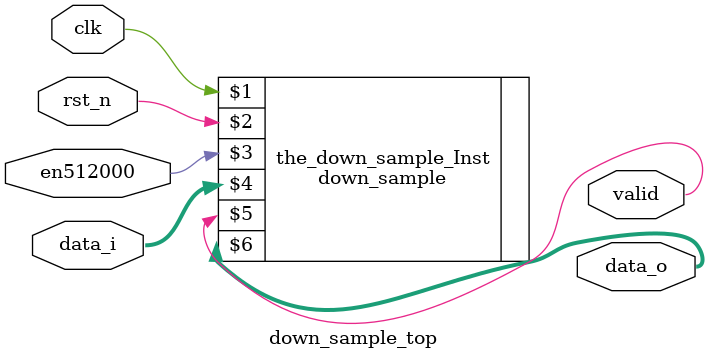
<source format=v>
`timescale 1ns/10ps

module down_sample_top #(
    parameter integer DW=24
)(
    input wire clk,rst_n,
    input wire en512000,
    input wire signed [DW-1:0] data_i,
    output wire valid,
    output wire signed [DW-1:0] data_o
);
    down_sample #(DW) the_down_sample_Inst(
        clk,rst_n,
        en512000,data_i,
        valid,data_o
    );
endmodule

</source>
